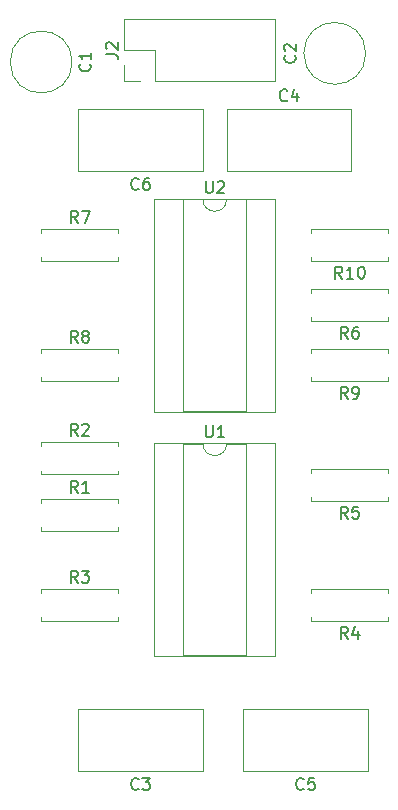
<source format=gbr>
%TF.GenerationSoftware,KiCad,Pcbnew,(5.1.8)-1*%
%TF.CreationDate,2020-11-09T21:18:24-08:00*%
%TF.ProjectId,BufferedMult,42756666-6572-4656-944d-756c742e6b69,rev?*%
%TF.SameCoordinates,Original*%
%TF.FileFunction,Legend,Top*%
%TF.FilePolarity,Positive*%
%FSLAX46Y46*%
G04 Gerber Fmt 4.6, Leading zero omitted, Abs format (unit mm)*
G04 Created by KiCad (PCBNEW (5.1.8)-1) date 2020-11-09 21:18:24*
%MOMM*%
%LPD*%
G01*
G04 APERTURE LIST*
%ADD10C,0.120000*%
%ADD11C,0.150000*%
G04 APERTURE END LIST*
D10*
%TO.C,U2*%
X122920000Y-45660000D02*
G75*
G02*
X120920000Y-45660000I-1000000J0D01*
G01*
X120920000Y-45660000D02*
X119270000Y-45660000D01*
X119270000Y-45660000D02*
X119270000Y-63560000D01*
X119270000Y-63560000D02*
X124570000Y-63560000D01*
X124570000Y-63560000D02*
X124570000Y-45660000D01*
X124570000Y-45660000D02*
X122920000Y-45660000D01*
X116780000Y-45600000D02*
X116780000Y-63620000D01*
X116780000Y-63620000D02*
X127060000Y-63620000D01*
X127060000Y-63620000D02*
X127060000Y-45600000D01*
X127060000Y-45600000D02*
X116780000Y-45600000D01*
%TO.C,R10*%
X136620000Y-50570000D02*
X136620000Y-50900000D01*
X136620000Y-50900000D02*
X130080000Y-50900000D01*
X130080000Y-50900000D02*
X130080000Y-50570000D01*
X136620000Y-48490000D02*
X136620000Y-48160000D01*
X136620000Y-48160000D02*
X130080000Y-48160000D01*
X130080000Y-48160000D02*
X130080000Y-48490000D01*
%TO.C,U1*%
X122920000Y-66340000D02*
G75*
G02*
X120920000Y-66340000I-1000000J0D01*
G01*
X120920000Y-66340000D02*
X119270000Y-66340000D01*
X119270000Y-66340000D02*
X119270000Y-84240000D01*
X119270000Y-84240000D02*
X124570000Y-84240000D01*
X124570000Y-84240000D02*
X124570000Y-66340000D01*
X124570000Y-66340000D02*
X122920000Y-66340000D01*
X116780000Y-66280000D02*
X116780000Y-84300000D01*
X116780000Y-84300000D02*
X127060000Y-84300000D01*
X127060000Y-84300000D02*
X127060000Y-66280000D01*
X127060000Y-66280000D02*
X116780000Y-66280000D01*
%TO.C,R9*%
X136620000Y-60730000D02*
X136620000Y-61060000D01*
X136620000Y-61060000D02*
X130080000Y-61060000D01*
X130080000Y-61060000D02*
X130080000Y-60730000D01*
X136620000Y-58650000D02*
X136620000Y-58320000D01*
X136620000Y-58320000D02*
X130080000Y-58320000D01*
X130080000Y-58320000D02*
X130080000Y-58650000D01*
%TO.C,R8*%
X107220000Y-58650000D02*
X107220000Y-58320000D01*
X107220000Y-58320000D02*
X113760000Y-58320000D01*
X113760000Y-58320000D02*
X113760000Y-58650000D01*
X107220000Y-60730000D02*
X107220000Y-61060000D01*
X107220000Y-61060000D02*
X113760000Y-61060000D01*
X113760000Y-61060000D02*
X113760000Y-60730000D01*
%TO.C,R7*%
X107220000Y-48490000D02*
X107220000Y-48160000D01*
X107220000Y-48160000D02*
X113760000Y-48160000D01*
X113760000Y-48160000D02*
X113760000Y-48490000D01*
X107220000Y-50570000D02*
X107220000Y-50900000D01*
X107220000Y-50900000D02*
X113760000Y-50900000D01*
X113760000Y-50900000D02*
X113760000Y-50570000D01*
%TO.C,R6*%
X136620000Y-55650000D02*
X136620000Y-55980000D01*
X136620000Y-55980000D02*
X130080000Y-55980000D01*
X130080000Y-55980000D02*
X130080000Y-55650000D01*
X136620000Y-53570000D02*
X136620000Y-53240000D01*
X136620000Y-53240000D02*
X130080000Y-53240000D01*
X130080000Y-53240000D02*
X130080000Y-53570000D01*
%TO.C,R5*%
X136620000Y-70890000D02*
X136620000Y-71220000D01*
X136620000Y-71220000D02*
X130080000Y-71220000D01*
X130080000Y-71220000D02*
X130080000Y-70890000D01*
X136620000Y-68810000D02*
X136620000Y-68480000D01*
X136620000Y-68480000D02*
X130080000Y-68480000D01*
X130080000Y-68480000D02*
X130080000Y-68810000D01*
%TO.C,R4*%
X136620000Y-81050000D02*
X136620000Y-81380000D01*
X136620000Y-81380000D02*
X130080000Y-81380000D01*
X130080000Y-81380000D02*
X130080000Y-81050000D01*
X136620000Y-78970000D02*
X136620000Y-78640000D01*
X136620000Y-78640000D02*
X130080000Y-78640000D01*
X130080000Y-78640000D02*
X130080000Y-78970000D01*
%TO.C,R3*%
X107220000Y-78970000D02*
X107220000Y-78640000D01*
X107220000Y-78640000D02*
X113760000Y-78640000D01*
X113760000Y-78640000D02*
X113760000Y-78970000D01*
X107220000Y-81050000D02*
X107220000Y-81380000D01*
X107220000Y-81380000D02*
X113760000Y-81380000D01*
X113760000Y-81380000D02*
X113760000Y-81050000D01*
%TO.C,R2*%
X107220000Y-66530000D02*
X107220000Y-66200000D01*
X107220000Y-66200000D02*
X113760000Y-66200000D01*
X113760000Y-66200000D02*
X113760000Y-66530000D01*
X107220000Y-68610000D02*
X107220000Y-68940000D01*
X107220000Y-68940000D02*
X113760000Y-68940000D01*
X113760000Y-68940000D02*
X113760000Y-68610000D01*
%TO.C,R1*%
X107220000Y-71350000D02*
X107220000Y-71020000D01*
X107220000Y-71020000D02*
X113760000Y-71020000D01*
X113760000Y-71020000D02*
X113760000Y-71350000D01*
X107220000Y-73430000D02*
X107220000Y-73760000D01*
X107220000Y-73760000D02*
X113760000Y-73760000D01*
X113760000Y-73760000D02*
X113760000Y-73430000D01*
%TO.C,J2*%
X127060000Y-35620000D02*
X127060000Y-30420000D01*
X116840000Y-35620000D02*
X127060000Y-35620000D01*
X114240000Y-30420000D02*
X127060000Y-30420000D01*
X116840000Y-35620000D02*
X116840000Y-33020000D01*
X116840000Y-33020000D02*
X114240000Y-33020000D01*
X114240000Y-33020000D02*
X114240000Y-30420000D01*
X115570000Y-35620000D02*
X114240000Y-35620000D01*
X114240000Y-35620000D02*
X114240000Y-34290000D01*
%TO.C,C6*%
X120900000Y-43260000D02*
X110360000Y-43260000D01*
X120900000Y-38020000D02*
X110360000Y-38020000D01*
X120900000Y-43260000D02*
X120900000Y-38020000D01*
X110360000Y-43260000D02*
X110360000Y-38020000D01*
%TO.C,C5*%
X134870000Y-94060000D02*
X124330000Y-94060000D01*
X134870000Y-88820000D02*
X124330000Y-88820000D01*
X134870000Y-94060000D02*
X134870000Y-88820000D01*
X124330000Y-94060000D02*
X124330000Y-88820000D01*
%TO.C,C4*%
X122940000Y-38020000D02*
X133480000Y-38020000D01*
X122940000Y-43260000D02*
X133480000Y-43260000D01*
X122940000Y-38020000D02*
X122940000Y-43260000D01*
X133480000Y-38020000D02*
X133480000Y-43260000D01*
%TO.C,C3*%
X120900000Y-94060000D02*
X110360000Y-94060000D01*
X120900000Y-88820000D02*
X110360000Y-88820000D01*
X120900000Y-94060000D02*
X120900000Y-88820000D01*
X110360000Y-94060000D02*
X110360000Y-88820000D01*
%TO.C,C2*%
X134700000Y-33290000D02*
G75*
G03*
X134700000Y-33290000I-2620000J0D01*
G01*
%TO.C,C1*%
X109840000Y-34020000D02*
G75*
G03*
X109840000Y-34020000I-2620000J0D01*
G01*
%TO.C,U2*%
D11*
X121158095Y-44112380D02*
X121158095Y-44921904D01*
X121205714Y-45017142D01*
X121253333Y-45064761D01*
X121348571Y-45112380D01*
X121539047Y-45112380D01*
X121634285Y-45064761D01*
X121681904Y-45017142D01*
X121729523Y-44921904D01*
X121729523Y-44112380D01*
X122158095Y-44207619D02*
X122205714Y-44160000D01*
X122300952Y-44112380D01*
X122539047Y-44112380D01*
X122634285Y-44160000D01*
X122681904Y-44207619D01*
X122729523Y-44302857D01*
X122729523Y-44398095D01*
X122681904Y-44540952D01*
X122110476Y-45112380D01*
X122729523Y-45112380D01*
%TO.C,R10*%
X132707142Y-52352380D02*
X132373809Y-51876190D01*
X132135714Y-52352380D02*
X132135714Y-51352380D01*
X132516666Y-51352380D01*
X132611904Y-51400000D01*
X132659523Y-51447619D01*
X132707142Y-51542857D01*
X132707142Y-51685714D01*
X132659523Y-51780952D01*
X132611904Y-51828571D01*
X132516666Y-51876190D01*
X132135714Y-51876190D01*
X133659523Y-52352380D02*
X133088095Y-52352380D01*
X133373809Y-52352380D02*
X133373809Y-51352380D01*
X133278571Y-51495238D01*
X133183333Y-51590476D01*
X133088095Y-51638095D01*
X134278571Y-51352380D02*
X134373809Y-51352380D01*
X134469047Y-51400000D01*
X134516666Y-51447619D01*
X134564285Y-51542857D01*
X134611904Y-51733333D01*
X134611904Y-51971428D01*
X134564285Y-52161904D01*
X134516666Y-52257142D01*
X134469047Y-52304761D01*
X134373809Y-52352380D01*
X134278571Y-52352380D01*
X134183333Y-52304761D01*
X134135714Y-52257142D01*
X134088095Y-52161904D01*
X134040476Y-51971428D01*
X134040476Y-51733333D01*
X134088095Y-51542857D01*
X134135714Y-51447619D01*
X134183333Y-51400000D01*
X134278571Y-51352380D01*
%TO.C,U1*%
X121158095Y-64792380D02*
X121158095Y-65601904D01*
X121205714Y-65697142D01*
X121253333Y-65744761D01*
X121348571Y-65792380D01*
X121539047Y-65792380D01*
X121634285Y-65744761D01*
X121681904Y-65697142D01*
X121729523Y-65601904D01*
X121729523Y-64792380D01*
X122729523Y-65792380D02*
X122158095Y-65792380D01*
X122443809Y-65792380D02*
X122443809Y-64792380D01*
X122348571Y-64935238D01*
X122253333Y-65030476D01*
X122158095Y-65078095D01*
%TO.C,R9*%
X133183333Y-62512380D02*
X132850000Y-62036190D01*
X132611904Y-62512380D02*
X132611904Y-61512380D01*
X132992857Y-61512380D01*
X133088095Y-61560000D01*
X133135714Y-61607619D01*
X133183333Y-61702857D01*
X133183333Y-61845714D01*
X133135714Y-61940952D01*
X133088095Y-61988571D01*
X132992857Y-62036190D01*
X132611904Y-62036190D01*
X133659523Y-62512380D02*
X133850000Y-62512380D01*
X133945238Y-62464761D01*
X133992857Y-62417142D01*
X134088095Y-62274285D01*
X134135714Y-62083809D01*
X134135714Y-61702857D01*
X134088095Y-61607619D01*
X134040476Y-61560000D01*
X133945238Y-61512380D01*
X133754761Y-61512380D01*
X133659523Y-61560000D01*
X133611904Y-61607619D01*
X133564285Y-61702857D01*
X133564285Y-61940952D01*
X133611904Y-62036190D01*
X133659523Y-62083809D01*
X133754761Y-62131428D01*
X133945238Y-62131428D01*
X134040476Y-62083809D01*
X134088095Y-62036190D01*
X134135714Y-61940952D01*
%TO.C,R8*%
X110323333Y-57772380D02*
X109990000Y-57296190D01*
X109751904Y-57772380D02*
X109751904Y-56772380D01*
X110132857Y-56772380D01*
X110228095Y-56820000D01*
X110275714Y-56867619D01*
X110323333Y-56962857D01*
X110323333Y-57105714D01*
X110275714Y-57200952D01*
X110228095Y-57248571D01*
X110132857Y-57296190D01*
X109751904Y-57296190D01*
X110894761Y-57200952D02*
X110799523Y-57153333D01*
X110751904Y-57105714D01*
X110704285Y-57010476D01*
X110704285Y-56962857D01*
X110751904Y-56867619D01*
X110799523Y-56820000D01*
X110894761Y-56772380D01*
X111085238Y-56772380D01*
X111180476Y-56820000D01*
X111228095Y-56867619D01*
X111275714Y-56962857D01*
X111275714Y-57010476D01*
X111228095Y-57105714D01*
X111180476Y-57153333D01*
X111085238Y-57200952D01*
X110894761Y-57200952D01*
X110799523Y-57248571D01*
X110751904Y-57296190D01*
X110704285Y-57391428D01*
X110704285Y-57581904D01*
X110751904Y-57677142D01*
X110799523Y-57724761D01*
X110894761Y-57772380D01*
X111085238Y-57772380D01*
X111180476Y-57724761D01*
X111228095Y-57677142D01*
X111275714Y-57581904D01*
X111275714Y-57391428D01*
X111228095Y-57296190D01*
X111180476Y-57248571D01*
X111085238Y-57200952D01*
%TO.C,R7*%
X110323333Y-47612380D02*
X109990000Y-47136190D01*
X109751904Y-47612380D02*
X109751904Y-46612380D01*
X110132857Y-46612380D01*
X110228095Y-46660000D01*
X110275714Y-46707619D01*
X110323333Y-46802857D01*
X110323333Y-46945714D01*
X110275714Y-47040952D01*
X110228095Y-47088571D01*
X110132857Y-47136190D01*
X109751904Y-47136190D01*
X110656666Y-46612380D02*
X111323333Y-46612380D01*
X110894761Y-47612380D01*
%TO.C,R6*%
X133183333Y-57432380D02*
X132850000Y-56956190D01*
X132611904Y-57432380D02*
X132611904Y-56432380D01*
X132992857Y-56432380D01*
X133088095Y-56480000D01*
X133135714Y-56527619D01*
X133183333Y-56622857D01*
X133183333Y-56765714D01*
X133135714Y-56860952D01*
X133088095Y-56908571D01*
X132992857Y-56956190D01*
X132611904Y-56956190D01*
X134040476Y-56432380D02*
X133850000Y-56432380D01*
X133754761Y-56480000D01*
X133707142Y-56527619D01*
X133611904Y-56670476D01*
X133564285Y-56860952D01*
X133564285Y-57241904D01*
X133611904Y-57337142D01*
X133659523Y-57384761D01*
X133754761Y-57432380D01*
X133945238Y-57432380D01*
X134040476Y-57384761D01*
X134088095Y-57337142D01*
X134135714Y-57241904D01*
X134135714Y-57003809D01*
X134088095Y-56908571D01*
X134040476Y-56860952D01*
X133945238Y-56813333D01*
X133754761Y-56813333D01*
X133659523Y-56860952D01*
X133611904Y-56908571D01*
X133564285Y-57003809D01*
%TO.C,R5*%
X133183333Y-72672380D02*
X132850000Y-72196190D01*
X132611904Y-72672380D02*
X132611904Y-71672380D01*
X132992857Y-71672380D01*
X133088095Y-71720000D01*
X133135714Y-71767619D01*
X133183333Y-71862857D01*
X133183333Y-72005714D01*
X133135714Y-72100952D01*
X133088095Y-72148571D01*
X132992857Y-72196190D01*
X132611904Y-72196190D01*
X134088095Y-71672380D02*
X133611904Y-71672380D01*
X133564285Y-72148571D01*
X133611904Y-72100952D01*
X133707142Y-72053333D01*
X133945238Y-72053333D01*
X134040476Y-72100952D01*
X134088095Y-72148571D01*
X134135714Y-72243809D01*
X134135714Y-72481904D01*
X134088095Y-72577142D01*
X134040476Y-72624761D01*
X133945238Y-72672380D01*
X133707142Y-72672380D01*
X133611904Y-72624761D01*
X133564285Y-72577142D01*
%TO.C,R4*%
X133183333Y-82832380D02*
X132850000Y-82356190D01*
X132611904Y-82832380D02*
X132611904Y-81832380D01*
X132992857Y-81832380D01*
X133088095Y-81880000D01*
X133135714Y-81927619D01*
X133183333Y-82022857D01*
X133183333Y-82165714D01*
X133135714Y-82260952D01*
X133088095Y-82308571D01*
X132992857Y-82356190D01*
X132611904Y-82356190D01*
X134040476Y-82165714D02*
X134040476Y-82832380D01*
X133802380Y-81784761D02*
X133564285Y-82499047D01*
X134183333Y-82499047D01*
%TO.C,R3*%
X110323333Y-78092380D02*
X109990000Y-77616190D01*
X109751904Y-78092380D02*
X109751904Y-77092380D01*
X110132857Y-77092380D01*
X110228095Y-77140000D01*
X110275714Y-77187619D01*
X110323333Y-77282857D01*
X110323333Y-77425714D01*
X110275714Y-77520952D01*
X110228095Y-77568571D01*
X110132857Y-77616190D01*
X109751904Y-77616190D01*
X110656666Y-77092380D02*
X111275714Y-77092380D01*
X110942380Y-77473333D01*
X111085238Y-77473333D01*
X111180476Y-77520952D01*
X111228095Y-77568571D01*
X111275714Y-77663809D01*
X111275714Y-77901904D01*
X111228095Y-77997142D01*
X111180476Y-78044761D01*
X111085238Y-78092380D01*
X110799523Y-78092380D01*
X110704285Y-78044761D01*
X110656666Y-77997142D01*
%TO.C,R2*%
X110323333Y-65652380D02*
X109990000Y-65176190D01*
X109751904Y-65652380D02*
X109751904Y-64652380D01*
X110132857Y-64652380D01*
X110228095Y-64700000D01*
X110275714Y-64747619D01*
X110323333Y-64842857D01*
X110323333Y-64985714D01*
X110275714Y-65080952D01*
X110228095Y-65128571D01*
X110132857Y-65176190D01*
X109751904Y-65176190D01*
X110704285Y-64747619D02*
X110751904Y-64700000D01*
X110847142Y-64652380D01*
X111085238Y-64652380D01*
X111180476Y-64700000D01*
X111228095Y-64747619D01*
X111275714Y-64842857D01*
X111275714Y-64938095D01*
X111228095Y-65080952D01*
X110656666Y-65652380D01*
X111275714Y-65652380D01*
%TO.C,R1*%
X110323333Y-70472380D02*
X109990000Y-69996190D01*
X109751904Y-70472380D02*
X109751904Y-69472380D01*
X110132857Y-69472380D01*
X110228095Y-69520000D01*
X110275714Y-69567619D01*
X110323333Y-69662857D01*
X110323333Y-69805714D01*
X110275714Y-69900952D01*
X110228095Y-69948571D01*
X110132857Y-69996190D01*
X109751904Y-69996190D01*
X111275714Y-70472380D02*
X110704285Y-70472380D01*
X110990000Y-70472380D02*
X110990000Y-69472380D01*
X110894761Y-69615238D01*
X110799523Y-69710476D01*
X110704285Y-69758095D01*
%TO.C,J2*%
X112692380Y-33353333D02*
X113406666Y-33353333D01*
X113549523Y-33400952D01*
X113644761Y-33496190D01*
X113692380Y-33639047D01*
X113692380Y-33734285D01*
X112787619Y-32924761D02*
X112740000Y-32877142D01*
X112692380Y-32781904D01*
X112692380Y-32543809D01*
X112740000Y-32448571D01*
X112787619Y-32400952D01*
X112882857Y-32353333D01*
X112978095Y-32353333D01*
X113120952Y-32400952D01*
X113692380Y-32972380D01*
X113692380Y-32353333D01*
%TO.C,C6*%
X115463333Y-44747142D02*
X115415714Y-44794761D01*
X115272857Y-44842380D01*
X115177619Y-44842380D01*
X115034761Y-44794761D01*
X114939523Y-44699523D01*
X114891904Y-44604285D01*
X114844285Y-44413809D01*
X114844285Y-44270952D01*
X114891904Y-44080476D01*
X114939523Y-43985238D01*
X115034761Y-43890000D01*
X115177619Y-43842380D01*
X115272857Y-43842380D01*
X115415714Y-43890000D01*
X115463333Y-43937619D01*
X116320476Y-43842380D02*
X116130000Y-43842380D01*
X116034761Y-43890000D01*
X115987142Y-43937619D01*
X115891904Y-44080476D01*
X115844285Y-44270952D01*
X115844285Y-44651904D01*
X115891904Y-44747142D01*
X115939523Y-44794761D01*
X116034761Y-44842380D01*
X116225238Y-44842380D01*
X116320476Y-44794761D01*
X116368095Y-44747142D01*
X116415714Y-44651904D01*
X116415714Y-44413809D01*
X116368095Y-44318571D01*
X116320476Y-44270952D01*
X116225238Y-44223333D01*
X116034761Y-44223333D01*
X115939523Y-44270952D01*
X115891904Y-44318571D01*
X115844285Y-44413809D01*
%TO.C,C5*%
X129433333Y-95547142D02*
X129385714Y-95594761D01*
X129242857Y-95642380D01*
X129147619Y-95642380D01*
X129004761Y-95594761D01*
X128909523Y-95499523D01*
X128861904Y-95404285D01*
X128814285Y-95213809D01*
X128814285Y-95070952D01*
X128861904Y-94880476D01*
X128909523Y-94785238D01*
X129004761Y-94690000D01*
X129147619Y-94642380D01*
X129242857Y-94642380D01*
X129385714Y-94690000D01*
X129433333Y-94737619D01*
X130338095Y-94642380D02*
X129861904Y-94642380D01*
X129814285Y-95118571D01*
X129861904Y-95070952D01*
X129957142Y-95023333D01*
X130195238Y-95023333D01*
X130290476Y-95070952D01*
X130338095Y-95118571D01*
X130385714Y-95213809D01*
X130385714Y-95451904D01*
X130338095Y-95547142D01*
X130290476Y-95594761D01*
X130195238Y-95642380D01*
X129957142Y-95642380D01*
X129861904Y-95594761D01*
X129814285Y-95547142D01*
%TO.C,C4*%
X128043333Y-37247142D02*
X127995714Y-37294761D01*
X127852857Y-37342380D01*
X127757619Y-37342380D01*
X127614761Y-37294761D01*
X127519523Y-37199523D01*
X127471904Y-37104285D01*
X127424285Y-36913809D01*
X127424285Y-36770952D01*
X127471904Y-36580476D01*
X127519523Y-36485238D01*
X127614761Y-36390000D01*
X127757619Y-36342380D01*
X127852857Y-36342380D01*
X127995714Y-36390000D01*
X128043333Y-36437619D01*
X128900476Y-36675714D02*
X128900476Y-37342380D01*
X128662380Y-36294761D02*
X128424285Y-37009047D01*
X129043333Y-37009047D01*
%TO.C,C3*%
X115463333Y-95547142D02*
X115415714Y-95594761D01*
X115272857Y-95642380D01*
X115177619Y-95642380D01*
X115034761Y-95594761D01*
X114939523Y-95499523D01*
X114891904Y-95404285D01*
X114844285Y-95213809D01*
X114844285Y-95070952D01*
X114891904Y-94880476D01*
X114939523Y-94785238D01*
X115034761Y-94690000D01*
X115177619Y-94642380D01*
X115272857Y-94642380D01*
X115415714Y-94690000D01*
X115463333Y-94737619D01*
X115796666Y-94642380D02*
X116415714Y-94642380D01*
X116082380Y-95023333D01*
X116225238Y-95023333D01*
X116320476Y-95070952D01*
X116368095Y-95118571D01*
X116415714Y-95213809D01*
X116415714Y-95451904D01*
X116368095Y-95547142D01*
X116320476Y-95594761D01*
X116225238Y-95642380D01*
X115939523Y-95642380D01*
X115844285Y-95594761D01*
X115796666Y-95547142D01*
%TO.C,C2*%
X128687142Y-33456666D02*
X128734761Y-33504285D01*
X128782380Y-33647142D01*
X128782380Y-33742380D01*
X128734761Y-33885238D01*
X128639523Y-33980476D01*
X128544285Y-34028095D01*
X128353809Y-34075714D01*
X128210952Y-34075714D01*
X128020476Y-34028095D01*
X127925238Y-33980476D01*
X127830000Y-33885238D01*
X127782380Y-33742380D01*
X127782380Y-33647142D01*
X127830000Y-33504285D01*
X127877619Y-33456666D01*
X127877619Y-33075714D02*
X127830000Y-33028095D01*
X127782380Y-32932857D01*
X127782380Y-32694761D01*
X127830000Y-32599523D01*
X127877619Y-32551904D01*
X127972857Y-32504285D01*
X128068095Y-32504285D01*
X128210952Y-32551904D01*
X128782380Y-33123333D01*
X128782380Y-32504285D01*
%TO.C,C1*%
X111327142Y-34186666D02*
X111374761Y-34234285D01*
X111422380Y-34377142D01*
X111422380Y-34472380D01*
X111374761Y-34615238D01*
X111279523Y-34710476D01*
X111184285Y-34758095D01*
X110993809Y-34805714D01*
X110850952Y-34805714D01*
X110660476Y-34758095D01*
X110565238Y-34710476D01*
X110470000Y-34615238D01*
X110422380Y-34472380D01*
X110422380Y-34377142D01*
X110470000Y-34234285D01*
X110517619Y-34186666D01*
X111422380Y-33234285D02*
X111422380Y-33805714D01*
X111422380Y-33520000D02*
X110422380Y-33520000D01*
X110565238Y-33615238D01*
X110660476Y-33710476D01*
X110708095Y-33805714D01*
%TD*%
M02*

</source>
